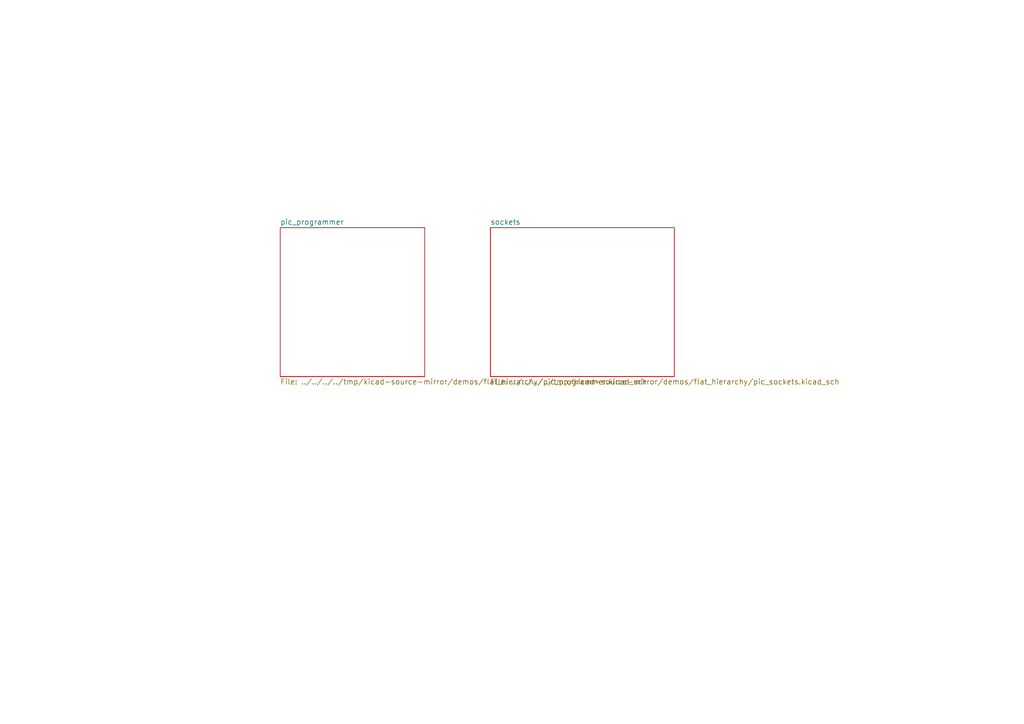
<source format=kicad_sch>
(kicad_sch (version 20230121) (generator eeschema)
  (paper "A4")
  (title_block (date "Sun 22 Mar 2015") (rev "1"))
  (lib_symbols)
  (sheet (at 81.28 66.04) (size 41.91 43.18)
    (property "Sheetname" "pic_programmer" (at 81.28 65.2775 0) (effects (font (size 1.524 1.524)) (justify left bottom)))
    (property "Sheetfile" "../../../../tmp/kicad-source-mirror/demos/flat_hierarchy/pic_programmer.kicad_sch" (at 81.28 109.8301 0) (effects (font (size 1.524 1.524)) (justify left top)))
  )
  (sheet (at 142.24 66.04) (size 53.34 43.18)
    (property "Sheetname" "sockets" (at 142.24 65.2775 0) (effects (font (size 1.524 1.524)) (justify left bottom)))
    (property "Sheetfile" "../../../../tmp/kicad-source-mirror/demos/flat_hierarchy/pic_sockets.kicad_sch" (at 142.24 109.8301 0) (effects (font (size 1.524 1.524)) (justify left top)))
  )
)
</source>
